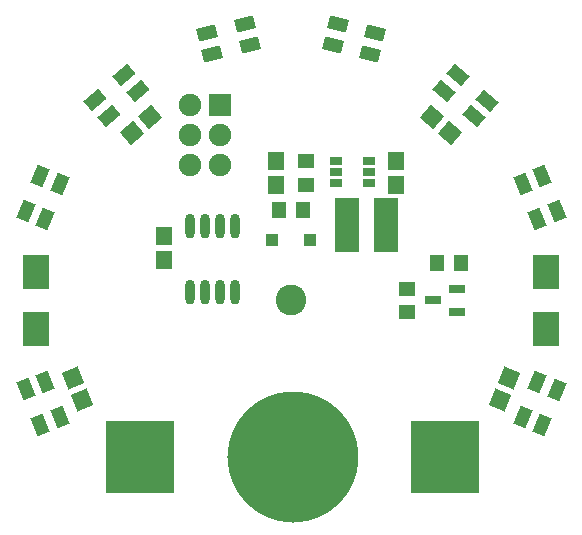
<source format=gbs>
G04 Layer: BottomSolderMaskLayer*
G04 EasyEDA Pro v1.9.29.eba1c1, 2023-07-30 16:19:25*
G04 Gerber Generator version 0.3*
G04 Scale: 100 percent, Rotated: No, Reflected: No*
G04 Dimensions in millimeters*
G04 Leading zeros omitted, absolute positions, 3 integers and 3 decimals*
%FSLAX33Y33*%
%MOMM*%
%AMRect*21,1,$1,$2,0,0,$3*%
%ADD10C,2.601595*%
%ADD11R,1.45161X1.511605*%
%ADD12R,2.101596X4.601591*%
%ADD13R,1.234135X1.47861*%
%ADD14R,1.47861X1.234135*%
%ADD15R,1.101598X0.651612*%
%ADD16R,1.101598X1.061593*%
%ADD17Rect,1.511605X1.45161X112.5*%
%ADD18Rect,1.511605X1.45161X-112.5*%
%ADD19Rect,1.511605X1.45161X40.5*%
%ADD20Rect,1.511605X1.45161X-40.5*%
%ADD21R,1.35161X0.801599*%
%ADD22R,1.47861X1.234135*%
%ADD23R,1.234135X1.47861*%
%ADD24C,1.903199*%
%ADD25R,1.903199X1.903199*%
%ADD26R,5.800014X6.200013*%
%ADD27C,11.100029*%
%ADD28R,2.301596X2.901594*%
%ADD29R,2.301596X2.901594*%
%ADD30Rect,1.646606X1.098601X291.88*%
%ADD31Rect,1.646606X1.098601X247.47*%
%ADD32Rect,1.646606X1.098601X220.47*%
%ADD33Rect,1.646606X1.098601X193.47*%
%ADD34Rect,1.646606X1.098601X166.47*%
%ADD35Rect,1.646606X1.098601X139.47*%
%ADD36Rect,1.646606X1.098601X112.47*%
%ADD37Rect,1.646606X1.098601X67.47*%
%ADD38O,0.801599X2.101596*%
G75*


G04 Pad Start*
G54D10*
G01X0Y0D03*
G54D11*
G01X8890Y9795D03*
G01X8890Y11795D03*
G01X-1270Y9795D03*
G01X-1270Y11795D03*
G54D12*
G01X8000Y6350D03*
G01X4700Y6350D03*
G54D13*
G01X-1000Y7620D03*
G01X1000Y7620D03*
G54D14*
G01X1270Y9795D03*
G01X1270Y11795D03*
G54D15*
G01X3780Y11818D03*
G01X3780Y10868D03*
G01X3780Y9918D03*
G01X6580Y9918D03*
G01X6580Y10868D03*
G01X6580Y11818D03*
G54D16*
G01X-1585Y5080D03*
G01X1585Y5080D03*
G54D11*
G01X-10795Y3445D03*
G01X-10795Y5445D03*
G54D17*
G01X-17678Y-8405D03*
G01X-18443Y-6557D03*
G54D18*
G01X18443Y-6557D03*
G01X17678Y-8405D03*
G54D19*
G01X-13456Y14215D03*
G01X-11935Y15514D03*
G54D20*
G01X11935Y15514D03*
G01X13456Y14215D03*
G54D21*
G01X14017Y950D03*
G01X14017Y-950D03*
G01X12018Y0D03*
G54D22*
G01X9843Y1000D03*
G01X9843Y-1000D03*
G54D23*
G01X14335Y3175D03*
G01X12335Y3175D03*
G54D24*
G01X-8572Y16510D03*
G54D25*
G01X-6032Y16510D03*
G54D24*
G01X-6032Y13970D03*
G01X-6032Y11430D03*
G01X-8572Y11430D03*
G01X-8572Y13970D03*
G54D26*
G01X-12760Y-13227D03*
G01X13040Y-13227D03*
G54D27*
G01X140Y-13227D03*
G54D28*
G01X-21590Y-2400D03*
G01X-21590Y2400D03*
G54D29*
G01X21590Y2400D03*
G01X21590Y-2400D03*
G54D30*
G01X-22477Y-7527D03*
G01X-20825Y-6864D03*
G01X-19604Y-9903D03*
G01X-21256Y-10567D03*
G54D31*
G01X-21235Y10569D03*
G01X-19591Y9887D03*
G01X-20846Y6862D03*
G01X-22490Y7544D03*
G54D32*
G01X-14122Y19057D03*
G01X-12967Y17703D03*
G01X-15459Y15578D03*
G01X-16614Y16932D03*
G54D33*
G01X-3931Y23392D03*
G01X-3517Y21661D03*
G01X-6702Y20898D03*
G01X-7116Y22629D03*
G54D34*
G01X7117Y22627D03*
G01X6700Y20896D03*
G01X3516Y21663D03*
G01X3933Y23393D03*
G54D35*
G01X16614Y16930D03*
G01X15457Y15577D03*
G01X12968Y17705D03*
G01X14124Y19058D03*
G54D36*
G01X22489Y7542D03*
G01X20844Y6862D03*
G01X19592Y9888D03*
G01X21237Y10569D03*
G54D37*
G01X21235Y-10569D03*
G01X19591Y-9887D03*
G01X20846Y-6862D03*
G01X22490Y-7544D03*
G54D38*
G01X-4762Y693D03*
G01X-6032Y693D03*
G01X-7302Y693D03*
G01X-8572Y693D03*
G01X-4762Y6292D03*
G01X-6032Y6292D03*
G01X-7302Y6292D03*
G01X-8572Y6292D03*
G04 Pad End*

M02*

</source>
